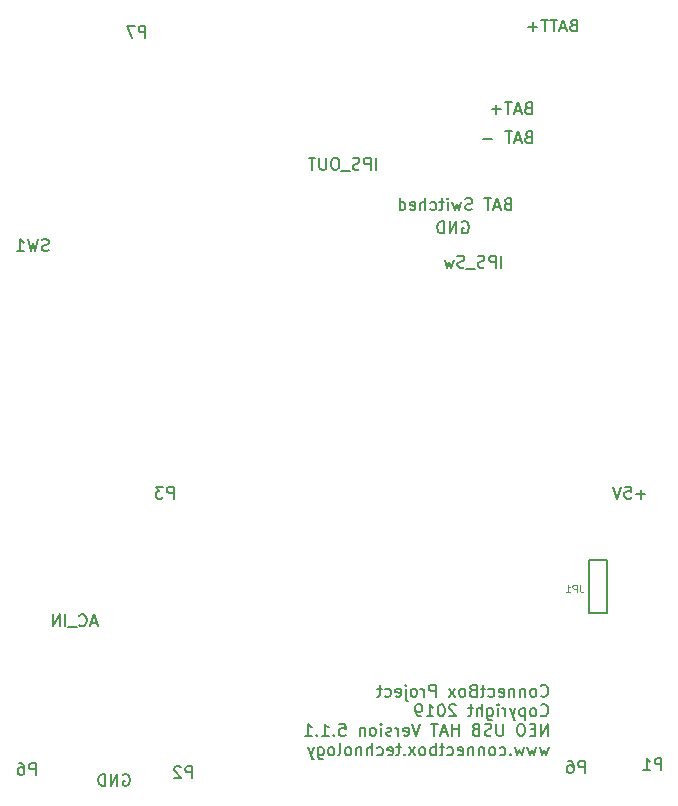
<source format=gbr>
G04 #@! TF.GenerationSoftware,KiCad,Pcbnew,(6.0.0-rc1-dev-1413-ga48e89956)*
G04 #@! TF.CreationDate,2019-10-25T09:50:34-06:00
G04 #@! TF.ProjectId,HAT_ver_5.1,4841545f-7665-4725-9f35-2e312e6b6963,5.1.1*
G04 #@! TF.SameCoordinates,Original*
G04 #@! TF.FileFunction,Legend,Bot*
G04 #@! TF.FilePolarity,Positive*
%FSLAX46Y46*%
G04 Gerber Fmt 4.6, Leading zero omitted, Abs format (unit mm)*
G04 Created by KiCad (PCBNEW (6.0.0-rc1-dev-1413-ga48e89956)) date Friday, October 25, 2019 at 09:50:34 AM*
%MOMM*%
%LPD*%
G04 APERTURE LIST*
%ADD10C,0.150000*%
%ADD11C,0.100000*%
G04 APERTURE END LIST*
D10*
X132132295Y-129763780D02*
X132132295Y-128763780D01*
X131751342Y-128763780D01*
X131656104Y-128811400D01*
X131608485Y-128859019D01*
X131560866Y-128954257D01*
X131560866Y-129097114D01*
X131608485Y-129192352D01*
X131656104Y-129239971D01*
X131751342Y-129287590D01*
X132132295Y-129287590D01*
X130703723Y-128763780D02*
X130894200Y-128763780D01*
X130989438Y-128811400D01*
X131037057Y-128859019D01*
X131132295Y-129001876D01*
X131179914Y-129192352D01*
X131179914Y-129573304D01*
X131132295Y-129668542D01*
X131084676Y-129716161D01*
X130989438Y-129763780D01*
X130798961Y-129763780D01*
X130703723Y-129716161D01*
X130656104Y-129668542D01*
X130608485Y-129573304D01*
X130608485Y-129335209D01*
X130656104Y-129239971D01*
X130703723Y-129192352D01*
X130798961Y-129144733D01*
X130989438Y-129144733D01*
X131084676Y-129192352D01*
X131132295Y-129239971D01*
X131179914Y-129335209D01*
X171571942Y-86812380D02*
X171571942Y-85812380D01*
X171095752Y-86812380D02*
X171095752Y-85812380D01*
X170714800Y-85812380D01*
X170619561Y-85860000D01*
X170571942Y-85907619D01*
X170524323Y-86002857D01*
X170524323Y-86145714D01*
X170571942Y-86240952D01*
X170619561Y-86288571D01*
X170714800Y-86336190D01*
X171095752Y-86336190D01*
X170143371Y-86764761D02*
X170000514Y-86812380D01*
X169762419Y-86812380D01*
X169667180Y-86764761D01*
X169619561Y-86717142D01*
X169571942Y-86621904D01*
X169571942Y-86526666D01*
X169619561Y-86431428D01*
X169667180Y-86383809D01*
X169762419Y-86336190D01*
X169952895Y-86288571D01*
X170048133Y-86240952D01*
X170095752Y-86193333D01*
X170143371Y-86098095D01*
X170143371Y-86002857D01*
X170095752Y-85907619D01*
X170048133Y-85860000D01*
X169952895Y-85812380D01*
X169714800Y-85812380D01*
X169571942Y-85860000D01*
X169381466Y-86907619D02*
X168619561Y-86907619D01*
X168429085Y-86764761D02*
X168286228Y-86812380D01*
X168048133Y-86812380D01*
X167952895Y-86764761D01*
X167905276Y-86717142D01*
X167857657Y-86621904D01*
X167857657Y-86526666D01*
X167905276Y-86431428D01*
X167952895Y-86383809D01*
X168048133Y-86336190D01*
X168238609Y-86288571D01*
X168333847Y-86240952D01*
X168381466Y-86193333D01*
X168429085Y-86098095D01*
X168429085Y-86002857D01*
X168381466Y-85907619D01*
X168333847Y-85860000D01*
X168238609Y-85812380D01*
X168000514Y-85812380D01*
X167857657Y-85860000D01*
X167524323Y-86145714D02*
X167333847Y-86812380D01*
X167143371Y-86336190D01*
X166952895Y-86812380D01*
X166762419Y-86145714D01*
X133235533Y-85367761D02*
X133092676Y-85415380D01*
X132854580Y-85415380D01*
X132759342Y-85367761D01*
X132711723Y-85320142D01*
X132664104Y-85224904D01*
X132664104Y-85129666D01*
X132711723Y-85034428D01*
X132759342Y-84986809D01*
X132854580Y-84939190D01*
X133045057Y-84891571D01*
X133140295Y-84843952D01*
X133187914Y-84796333D01*
X133235533Y-84701095D01*
X133235533Y-84605857D01*
X133187914Y-84510619D01*
X133140295Y-84463000D01*
X133045057Y-84415380D01*
X132806961Y-84415380D01*
X132664104Y-84463000D01*
X132330771Y-84415380D02*
X132092676Y-85415380D01*
X131902200Y-84701095D01*
X131711723Y-85415380D01*
X131473628Y-84415380D01*
X130568866Y-85415380D02*
X131140295Y-85415380D01*
X130854580Y-85415380D02*
X130854580Y-84415380D01*
X130949819Y-84558238D01*
X131045057Y-84653476D01*
X131140295Y-84701095D01*
X141428695Y-67355980D02*
X141428695Y-66355980D01*
X141047742Y-66355980D01*
X140952504Y-66403600D01*
X140904885Y-66451219D01*
X140857266Y-66546457D01*
X140857266Y-66689314D01*
X140904885Y-66784552D01*
X140952504Y-66832171D01*
X141047742Y-66879790D01*
X141428695Y-66879790D01*
X140523933Y-66355980D02*
X139857266Y-66355980D01*
X140285838Y-67355980D01*
X143816295Y-106370380D02*
X143816295Y-105370380D01*
X143435342Y-105370380D01*
X143340104Y-105418000D01*
X143292485Y-105465619D01*
X143244866Y-105560857D01*
X143244866Y-105703714D01*
X143292485Y-105798952D01*
X143340104Y-105846571D01*
X143435342Y-105894190D01*
X143816295Y-105894190D01*
X142911533Y-105370380D02*
X142292485Y-105370380D01*
X142625819Y-105751333D01*
X142482961Y-105751333D01*
X142387723Y-105798952D01*
X142340104Y-105846571D01*
X142292485Y-105941809D01*
X142292485Y-106179904D01*
X142340104Y-106275142D01*
X142387723Y-106322761D01*
X142482961Y-106370380D01*
X142768676Y-106370380D01*
X142863914Y-106322761D01*
X142911533Y-106275142D01*
X145391095Y-130043180D02*
X145391095Y-129043180D01*
X145010142Y-129043180D01*
X144914904Y-129090800D01*
X144867285Y-129138419D01*
X144819666Y-129233657D01*
X144819666Y-129376514D01*
X144867285Y-129471752D01*
X144914904Y-129519371D01*
X145010142Y-129566990D01*
X145391095Y-129566990D01*
X144438714Y-129138419D02*
X144391095Y-129090800D01*
X144295857Y-129043180D01*
X144057761Y-129043180D01*
X143962523Y-129090800D01*
X143914904Y-129138419D01*
X143867285Y-129233657D01*
X143867285Y-129328895D01*
X143914904Y-129471752D01*
X144486333Y-130043180D01*
X143867285Y-130043180D01*
X178639695Y-129585980D02*
X178639695Y-128585980D01*
X178258742Y-128585980D01*
X178163504Y-128633600D01*
X178115885Y-128681219D01*
X178068266Y-128776457D01*
X178068266Y-128919314D01*
X178115885Y-129014552D01*
X178163504Y-129062171D01*
X178258742Y-129109790D01*
X178639695Y-129109790D01*
X177211123Y-128585980D02*
X177401600Y-128585980D01*
X177496838Y-128633600D01*
X177544457Y-128681219D01*
X177639695Y-128824076D01*
X177687314Y-129014552D01*
X177687314Y-129395504D01*
X177639695Y-129490742D01*
X177592076Y-129538361D01*
X177496838Y-129585980D01*
X177306361Y-129585980D01*
X177211123Y-129538361D01*
X177163504Y-129490742D01*
X177115885Y-129395504D01*
X177115885Y-129157409D01*
X177163504Y-129062171D01*
X177211123Y-129014552D01*
X177306361Y-128966933D01*
X177496838Y-128966933D01*
X177592076Y-129014552D01*
X177639695Y-129062171D01*
X177687314Y-129157409D01*
X185116695Y-129357380D02*
X185116695Y-128357380D01*
X184735742Y-128357380D01*
X184640504Y-128405000D01*
X184592885Y-128452619D01*
X184545266Y-128547857D01*
X184545266Y-128690714D01*
X184592885Y-128785952D01*
X184640504Y-128833571D01*
X184735742Y-128881190D01*
X185116695Y-128881190D01*
X183592885Y-129357380D02*
X184164314Y-129357380D01*
X183878600Y-129357380D02*
X183878600Y-128357380D01*
X183973838Y-128500238D01*
X184069076Y-128595476D01*
X184164314Y-128643095D01*
X177658495Y-66298771D02*
X177515638Y-66346390D01*
X177468019Y-66394009D01*
X177420400Y-66489247D01*
X177420400Y-66632104D01*
X177468019Y-66727342D01*
X177515638Y-66774961D01*
X177610876Y-66822580D01*
X177991828Y-66822580D01*
X177991828Y-65822580D01*
X177658495Y-65822580D01*
X177563257Y-65870200D01*
X177515638Y-65917819D01*
X177468019Y-66013057D01*
X177468019Y-66108295D01*
X177515638Y-66203533D01*
X177563257Y-66251152D01*
X177658495Y-66298771D01*
X177991828Y-66298771D01*
X177039447Y-66536866D02*
X176563257Y-66536866D01*
X177134685Y-66822580D02*
X176801352Y-65822580D01*
X176468019Y-66822580D01*
X176277542Y-65822580D02*
X175706114Y-65822580D01*
X175991828Y-66822580D02*
X175991828Y-65822580D01*
X175515638Y-65822580D02*
X174944209Y-65822580D01*
X175229923Y-66822580D02*
X175229923Y-65822580D01*
X174610876Y-66441628D02*
X173848971Y-66441628D01*
X174229923Y-66822580D02*
X174229923Y-66060676D01*
X160976914Y-78531980D02*
X160976914Y-77531980D01*
X160500723Y-78531980D02*
X160500723Y-77531980D01*
X160119771Y-77531980D01*
X160024533Y-77579600D01*
X159976914Y-77627219D01*
X159929295Y-77722457D01*
X159929295Y-77865314D01*
X159976914Y-77960552D01*
X160024533Y-78008171D01*
X160119771Y-78055790D01*
X160500723Y-78055790D01*
X159548342Y-78484361D02*
X159405485Y-78531980D01*
X159167390Y-78531980D01*
X159072152Y-78484361D01*
X159024533Y-78436742D01*
X158976914Y-78341504D01*
X158976914Y-78246266D01*
X159024533Y-78151028D01*
X159072152Y-78103409D01*
X159167390Y-78055790D01*
X159357866Y-78008171D01*
X159453104Y-77960552D01*
X159500723Y-77912933D01*
X159548342Y-77817695D01*
X159548342Y-77722457D01*
X159500723Y-77627219D01*
X159453104Y-77579600D01*
X159357866Y-77531980D01*
X159119771Y-77531980D01*
X158976914Y-77579600D01*
X158786438Y-78627219D02*
X158024533Y-78627219D01*
X157595961Y-77531980D02*
X157405485Y-77531980D01*
X157310247Y-77579600D01*
X157215009Y-77674838D01*
X157167390Y-77865314D01*
X157167390Y-78198647D01*
X157215009Y-78389123D01*
X157310247Y-78484361D01*
X157405485Y-78531980D01*
X157595961Y-78531980D01*
X157691200Y-78484361D01*
X157786438Y-78389123D01*
X157834057Y-78198647D01*
X157834057Y-77865314D01*
X157786438Y-77674838D01*
X157691200Y-77579600D01*
X157595961Y-77531980D01*
X156738819Y-77531980D02*
X156738819Y-78341504D01*
X156691200Y-78436742D01*
X156643580Y-78484361D01*
X156548342Y-78531980D01*
X156357866Y-78531980D01*
X156262628Y-78484361D01*
X156215009Y-78436742D01*
X156167390Y-78341504D01*
X156167390Y-77531980D01*
X155834057Y-77531980D02*
X155262628Y-77531980D01*
X155548342Y-78531980D02*
X155548342Y-77531980D01*
X183759314Y-105989428D02*
X182997409Y-105989428D01*
X183378361Y-106370380D02*
X183378361Y-105608476D01*
X182045028Y-105370380D02*
X182521219Y-105370380D01*
X182568838Y-105846571D01*
X182521219Y-105798952D01*
X182425980Y-105751333D01*
X182187885Y-105751333D01*
X182092647Y-105798952D01*
X182045028Y-105846571D01*
X181997409Y-105941809D01*
X181997409Y-106179904D01*
X182045028Y-106275142D01*
X182092647Y-106322761D01*
X182187885Y-106370380D01*
X182425980Y-106370380D01*
X182521219Y-106322761D01*
X182568838Y-106275142D01*
X181711695Y-105370380D02*
X181378361Y-106370380D01*
X181045028Y-105370380D01*
X139547504Y-129751200D02*
X139642742Y-129703580D01*
X139785600Y-129703580D01*
X139928457Y-129751200D01*
X140023695Y-129846438D01*
X140071314Y-129941676D01*
X140118933Y-130132152D01*
X140118933Y-130275009D01*
X140071314Y-130465485D01*
X140023695Y-130560723D01*
X139928457Y-130655961D01*
X139785600Y-130703580D01*
X139690361Y-130703580D01*
X139547504Y-130655961D01*
X139499885Y-130608342D01*
X139499885Y-130275009D01*
X139690361Y-130275009D01*
X139071314Y-130703580D02*
X139071314Y-129703580D01*
X138499885Y-130703580D01*
X138499885Y-129703580D01*
X138023695Y-130703580D02*
X138023695Y-129703580D01*
X137785600Y-129703580D01*
X137642742Y-129751200D01*
X137547504Y-129846438D01*
X137499885Y-129941676D01*
X137452266Y-130132152D01*
X137452266Y-130275009D01*
X137499885Y-130465485D01*
X137547504Y-130560723D01*
X137642742Y-130655961D01*
X137785600Y-130703580D01*
X138023695Y-130703580D01*
X172095561Y-81411771D02*
X171952704Y-81459390D01*
X171905085Y-81507009D01*
X171857466Y-81602247D01*
X171857466Y-81745104D01*
X171905085Y-81840342D01*
X171952704Y-81887961D01*
X172047942Y-81935580D01*
X172428895Y-81935580D01*
X172428895Y-80935580D01*
X172095561Y-80935580D01*
X172000323Y-80983200D01*
X171952704Y-81030819D01*
X171905085Y-81126057D01*
X171905085Y-81221295D01*
X171952704Y-81316533D01*
X172000323Y-81364152D01*
X172095561Y-81411771D01*
X172428895Y-81411771D01*
X171476514Y-81649866D02*
X171000323Y-81649866D01*
X171571752Y-81935580D02*
X171238419Y-80935580D01*
X170905085Y-81935580D01*
X170714609Y-80935580D02*
X170143180Y-80935580D01*
X170428895Y-81935580D02*
X170428895Y-80935580D01*
X169095561Y-81887961D02*
X168952704Y-81935580D01*
X168714609Y-81935580D01*
X168619371Y-81887961D01*
X168571752Y-81840342D01*
X168524133Y-81745104D01*
X168524133Y-81649866D01*
X168571752Y-81554628D01*
X168619371Y-81507009D01*
X168714609Y-81459390D01*
X168905085Y-81411771D01*
X169000323Y-81364152D01*
X169047942Y-81316533D01*
X169095561Y-81221295D01*
X169095561Y-81126057D01*
X169047942Y-81030819D01*
X169000323Y-80983200D01*
X168905085Y-80935580D01*
X168666990Y-80935580D01*
X168524133Y-80983200D01*
X168190800Y-81268914D02*
X168000323Y-81935580D01*
X167809847Y-81459390D01*
X167619371Y-81935580D01*
X167428895Y-81268914D01*
X167047942Y-81935580D02*
X167047942Y-81268914D01*
X167047942Y-80935580D02*
X167095561Y-80983200D01*
X167047942Y-81030819D01*
X167000323Y-80983200D01*
X167047942Y-80935580D01*
X167047942Y-81030819D01*
X166714609Y-81268914D02*
X166333657Y-81268914D01*
X166571752Y-80935580D02*
X166571752Y-81792723D01*
X166524133Y-81887961D01*
X166428895Y-81935580D01*
X166333657Y-81935580D01*
X165571752Y-81887961D02*
X165666990Y-81935580D01*
X165857466Y-81935580D01*
X165952704Y-81887961D01*
X166000323Y-81840342D01*
X166047942Y-81745104D01*
X166047942Y-81459390D01*
X166000323Y-81364152D01*
X165952704Y-81316533D01*
X165857466Y-81268914D01*
X165666990Y-81268914D01*
X165571752Y-81316533D01*
X165143180Y-81935580D02*
X165143180Y-80935580D01*
X164714609Y-81935580D02*
X164714609Y-81411771D01*
X164762228Y-81316533D01*
X164857466Y-81268914D01*
X165000323Y-81268914D01*
X165095561Y-81316533D01*
X165143180Y-81364152D01*
X163857466Y-81887961D02*
X163952704Y-81935580D01*
X164143180Y-81935580D01*
X164238419Y-81887961D01*
X164286038Y-81792723D01*
X164286038Y-81411771D01*
X164238419Y-81316533D01*
X164143180Y-81268914D01*
X163952704Y-81268914D01*
X163857466Y-81316533D01*
X163809847Y-81411771D01*
X163809847Y-81507009D01*
X164286038Y-81602247D01*
X162952704Y-81935580D02*
X162952704Y-80935580D01*
X162952704Y-81887961D02*
X163047942Y-81935580D01*
X163238419Y-81935580D01*
X163333657Y-81887961D01*
X163381276Y-81840342D01*
X163428895Y-81745104D01*
X163428895Y-81459390D01*
X163381276Y-81364152D01*
X163333657Y-81316533D01*
X163238419Y-81268914D01*
X163047942Y-81268914D01*
X162952704Y-81316533D01*
X137313752Y-116905066D02*
X136837561Y-116905066D01*
X137408990Y-117190780D02*
X137075657Y-116190780D01*
X136742323Y-117190780D01*
X135837561Y-117095542D02*
X135885180Y-117143161D01*
X136028038Y-117190780D01*
X136123276Y-117190780D01*
X136266133Y-117143161D01*
X136361371Y-117047923D01*
X136408990Y-116952685D01*
X136456609Y-116762209D01*
X136456609Y-116619352D01*
X136408990Y-116428876D01*
X136361371Y-116333638D01*
X136266133Y-116238400D01*
X136123276Y-116190780D01*
X136028038Y-116190780D01*
X135885180Y-116238400D01*
X135837561Y-116286019D01*
X135647085Y-117286019D02*
X134885180Y-117286019D01*
X134647085Y-117190780D02*
X134647085Y-116190780D01*
X134170895Y-117190780D02*
X134170895Y-116190780D01*
X133599466Y-117190780D01*
X133599466Y-116190780D01*
X168249504Y-82964400D02*
X168344742Y-82916780D01*
X168487600Y-82916780D01*
X168630457Y-82964400D01*
X168725695Y-83059638D01*
X168773314Y-83154876D01*
X168820933Y-83345352D01*
X168820933Y-83488209D01*
X168773314Y-83678685D01*
X168725695Y-83773923D01*
X168630457Y-83869161D01*
X168487600Y-83916780D01*
X168392361Y-83916780D01*
X168249504Y-83869161D01*
X168201885Y-83821542D01*
X168201885Y-83488209D01*
X168392361Y-83488209D01*
X167773314Y-83916780D02*
X167773314Y-82916780D01*
X167201885Y-83916780D01*
X167201885Y-82916780D01*
X166725695Y-83916780D02*
X166725695Y-82916780D01*
X166487600Y-82916780D01*
X166344742Y-82964400D01*
X166249504Y-83059638D01*
X166201885Y-83154876D01*
X166154266Y-83345352D01*
X166154266Y-83488209D01*
X166201885Y-83678685D01*
X166249504Y-83773923D01*
X166344742Y-83869161D01*
X166487600Y-83916780D01*
X166725695Y-83916780D01*
X173823142Y-73283771D02*
X173680285Y-73331390D01*
X173632666Y-73379009D01*
X173585047Y-73474247D01*
X173585047Y-73617104D01*
X173632666Y-73712342D01*
X173680285Y-73759961D01*
X173775523Y-73807580D01*
X174156476Y-73807580D01*
X174156476Y-72807580D01*
X173823142Y-72807580D01*
X173727904Y-72855200D01*
X173680285Y-72902819D01*
X173632666Y-72998057D01*
X173632666Y-73093295D01*
X173680285Y-73188533D01*
X173727904Y-73236152D01*
X173823142Y-73283771D01*
X174156476Y-73283771D01*
X173204095Y-73521866D02*
X172727904Y-73521866D01*
X173299333Y-73807580D02*
X172966000Y-72807580D01*
X172632666Y-73807580D01*
X172442190Y-72807580D02*
X171870761Y-72807580D01*
X172156476Y-73807580D02*
X172156476Y-72807580D01*
X171537428Y-73426628D02*
X170775523Y-73426628D01*
X171156476Y-73807580D02*
X171156476Y-73045676D01*
X173848495Y-75772971D02*
X173705638Y-75820590D01*
X173658019Y-75868209D01*
X173610400Y-75963447D01*
X173610400Y-76106304D01*
X173658019Y-76201542D01*
X173705638Y-76249161D01*
X173800876Y-76296780D01*
X174181828Y-76296780D01*
X174181828Y-75296780D01*
X173848495Y-75296780D01*
X173753257Y-75344400D01*
X173705638Y-75392019D01*
X173658019Y-75487257D01*
X173658019Y-75582495D01*
X173705638Y-75677733D01*
X173753257Y-75725352D01*
X173848495Y-75772971D01*
X174181828Y-75772971D01*
X173229447Y-76011066D02*
X172753257Y-76011066D01*
X173324685Y-76296780D02*
X172991352Y-75296780D01*
X172658019Y-76296780D01*
X172467542Y-75296780D02*
X171896114Y-75296780D01*
X172181828Y-76296780D02*
X172181828Y-75296780D01*
X170800876Y-75915828D02*
X170038971Y-75915828D01*
X174911776Y-123053342D02*
X174959395Y-123100961D01*
X175102252Y-123148580D01*
X175197490Y-123148580D01*
X175340347Y-123100961D01*
X175435585Y-123005723D01*
X175483204Y-122910485D01*
X175530823Y-122720009D01*
X175530823Y-122577152D01*
X175483204Y-122386676D01*
X175435585Y-122291438D01*
X175340347Y-122196200D01*
X175197490Y-122148580D01*
X175102252Y-122148580D01*
X174959395Y-122196200D01*
X174911776Y-122243819D01*
X174340347Y-123148580D02*
X174435585Y-123100961D01*
X174483204Y-123053342D01*
X174530823Y-122958104D01*
X174530823Y-122672390D01*
X174483204Y-122577152D01*
X174435585Y-122529533D01*
X174340347Y-122481914D01*
X174197490Y-122481914D01*
X174102252Y-122529533D01*
X174054633Y-122577152D01*
X174007014Y-122672390D01*
X174007014Y-122958104D01*
X174054633Y-123053342D01*
X174102252Y-123100961D01*
X174197490Y-123148580D01*
X174340347Y-123148580D01*
X173578442Y-122481914D02*
X173578442Y-123148580D01*
X173578442Y-122577152D02*
X173530823Y-122529533D01*
X173435585Y-122481914D01*
X173292728Y-122481914D01*
X173197490Y-122529533D01*
X173149871Y-122624771D01*
X173149871Y-123148580D01*
X172673680Y-122481914D02*
X172673680Y-123148580D01*
X172673680Y-122577152D02*
X172626061Y-122529533D01*
X172530823Y-122481914D01*
X172387966Y-122481914D01*
X172292728Y-122529533D01*
X172245109Y-122624771D01*
X172245109Y-123148580D01*
X171387966Y-123100961D02*
X171483204Y-123148580D01*
X171673680Y-123148580D01*
X171768919Y-123100961D01*
X171816538Y-123005723D01*
X171816538Y-122624771D01*
X171768919Y-122529533D01*
X171673680Y-122481914D01*
X171483204Y-122481914D01*
X171387966Y-122529533D01*
X171340347Y-122624771D01*
X171340347Y-122720009D01*
X171816538Y-122815247D01*
X170483204Y-123100961D02*
X170578442Y-123148580D01*
X170768919Y-123148580D01*
X170864157Y-123100961D01*
X170911776Y-123053342D01*
X170959395Y-122958104D01*
X170959395Y-122672390D01*
X170911776Y-122577152D01*
X170864157Y-122529533D01*
X170768919Y-122481914D01*
X170578442Y-122481914D01*
X170483204Y-122529533D01*
X170197490Y-122481914D02*
X169816538Y-122481914D01*
X170054633Y-122148580D02*
X170054633Y-123005723D01*
X170007014Y-123100961D01*
X169911776Y-123148580D01*
X169816538Y-123148580D01*
X169149871Y-122624771D02*
X169007014Y-122672390D01*
X168959395Y-122720009D01*
X168911776Y-122815247D01*
X168911776Y-122958104D01*
X168959395Y-123053342D01*
X169007014Y-123100961D01*
X169102252Y-123148580D01*
X169483204Y-123148580D01*
X169483204Y-122148580D01*
X169149871Y-122148580D01*
X169054633Y-122196200D01*
X169007014Y-122243819D01*
X168959395Y-122339057D01*
X168959395Y-122434295D01*
X169007014Y-122529533D01*
X169054633Y-122577152D01*
X169149871Y-122624771D01*
X169483204Y-122624771D01*
X168340347Y-123148580D02*
X168435585Y-123100961D01*
X168483204Y-123053342D01*
X168530823Y-122958104D01*
X168530823Y-122672390D01*
X168483204Y-122577152D01*
X168435585Y-122529533D01*
X168340347Y-122481914D01*
X168197490Y-122481914D01*
X168102252Y-122529533D01*
X168054633Y-122577152D01*
X168007014Y-122672390D01*
X168007014Y-122958104D01*
X168054633Y-123053342D01*
X168102252Y-123100961D01*
X168197490Y-123148580D01*
X168340347Y-123148580D01*
X167673680Y-123148580D02*
X167149871Y-122481914D01*
X167673680Y-122481914D02*
X167149871Y-123148580D01*
X166007014Y-123148580D02*
X166007014Y-122148580D01*
X165626061Y-122148580D01*
X165530823Y-122196200D01*
X165483204Y-122243819D01*
X165435585Y-122339057D01*
X165435585Y-122481914D01*
X165483204Y-122577152D01*
X165530823Y-122624771D01*
X165626061Y-122672390D01*
X166007014Y-122672390D01*
X165007014Y-123148580D02*
X165007014Y-122481914D01*
X165007014Y-122672390D02*
X164959395Y-122577152D01*
X164911776Y-122529533D01*
X164816538Y-122481914D01*
X164721300Y-122481914D01*
X164245109Y-123148580D02*
X164340347Y-123100961D01*
X164387966Y-123053342D01*
X164435585Y-122958104D01*
X164435585Y-122672390D01*
X164387966Y-122577152D01*
X164340347Y-122529533D01*
X164245109Y-122481914D01*
X164102252Y-122481914D01*
X164007014Y-122529533D01*
X163959395Y-122577152D01*
X163911776Y-122672390D01*
X163911776Y-122958104D01*
X163959395Y-123053342D01*
X164007014Y-123100961D01*
X164102252Y-123148580D01*
X164245109Y-123148580D01*
X163483204Y-122481914D02*
X163483204Y-123339057D01*
X163530823Y-123434295D01*
X163626061Y-123481914D01*
X163673680Y-123481914D01*
X163483204Y-122148580D02*
X163530823Y-122196200D01*
X163483204Y-122243819D01*
X163435585Y-122196200D01*
X163483204Y-122148580D01*
X163483204Y-122243819D01*
X162626061Y-123100961D02*
X162721300Y-123148580D01*
X162911776Y-123148580D01*
X163007014Y-123100961D01*
X163054633Y-123005723D01*
X163054633Y-122624771D01*
X163007014Y-122529533D01*
X162911776Y-122481914D01*
X162721300Y-122481914D01*
X162626061Y-122529533D01*
X162578442Y-122624771D01*
X162578442Y-122720009D01*
X163054633Y-122815247D01*
X161721300Y-123100961D02*
X161816538Y-123148580D01*
X162007014Y-123148580D01*
X162102252Y-123100961D01*
X162149871Y-123053342D01*
X162197490Y-122958104D01*
X162197490Y-122672390D01*
X162149871Y-122577152D01*
X162102252Y-122529533D01*
X162007014Y-122481914D01*
X161816538Y-122481914D01*
X161721300Y-122529533D01*
X161435585Y-122481914D02*
X161054633Y-122481914D01*
X161292728Y-122148580D02*
X161292728Y-123005723D01*
X161245109Y-123100961D01*
X161149871Y-123148580D01*
X161054633Y-123148580D01*
X174911776Y-124703342D02*
X174959395Y-124750961D01*
X175102252Y-124798580D01*
X175197490Y-124798580D01*
X175340347Y-124750961D01*
X175435585Y-124655723D01*
X175483204Y-124560485D01*
X175530823Y-124370009D01*
X175530823Y-124227152D01*
X175483204Y-124036676D01*
X175435585Y-123941438D01*
X175340347Y-123846200D01*
X175197490Y-123798580D01*
X175102252Y-123798580D01*
X174959395Y-123846200D01*
X174911776Y-123893819D01*
X174340347Y-124798580D02*
X174435585Y-124750961D01*
X174483204Y-124703342D01*
X174530823Y-124608104D01*
X174530823Y-124322390D01*
X174483204Y-124227152D01*
X174435585Y-124179533D01*
X174340347Y-124131914D01*
X174197490Y-124131914D01*
X174102252Y-124179533D01*
X174054633Y-124227152D01*
X174007014Y-124322390D01*
X174007014Y-124608104D01*
X174054633Y-124703342D01*
X174102252Y-124750961D01*
X174197490Y-124798580D01*
X174340347Y-124798580D01*
X173578442Y-124131914D02*
X173578442Y-125131914D01*
X173578442Y-124179533D02*
X173483204Y-124131914D01*
X173292728Y-124131914D01*
X173197490Y-124179533D01*
X173149871Y-124227152D01*
X173102252Y-124322390D01*
X173102252Y-124608104D01*
X173149871Y-124703342D01*
X173197490Y-124750961D01*
X173292728Y-124798580D01*
X173483204Y-124798580D01*
X173578442Y-124750961D01*
X172768919Y-124131914D02*
X172530823Y-124798580D01*
X172292728Y-124131914D02*
X172530823Y-124798580D01*
X172626061Y-125036676D01*
X172673680Y-125084295D01*
X172768919Y-125131914D01*
X171911776Y-124798580D02*
X171911776Y-124131914D01*
X171911776Y-124322390D02*
X171864157Y-124227152D01*
X171816538Y-124179533D01*
X171721300Y-124131914D01*
X171626061Y-124131914D01*
X171292728Y-124798580D02*
X171292728Y-124131914D01*
X171292728Y-123798580D02*
X171340347Y-123846200D01*
X171292728Y-123893819D01*
X171245109Y-123846200D01*
X171292728Y-123798580D01*
X171292728Y-123893819D01*
X170387966Y-124131914D02*
X170387966Y-124941438D01*
X170435585Y-125036676D01*
X170483204Y-125084295D01*
X170578442Y-125131914D01*
X170721300Y-125131914D01*
X170816538Y-125084295D01*
X170387966Y-124750961D02*
X170483204Y-124798580D01*
X170673680Y-124798580D01*
X170768919Y-124750961D01*
X170816538Y-124703342D01*
X170864157Y-124608104D01*
X170864157Y-124322390D01*
X170816538Y-124227152D01*
X170768919Y-124179533D01*
X170673680Y-124131914D01*
X170483204Y-124131914D01*
X170387966Y-124179533D01*
X169911776Y-124798580D02*
X169911776Y-123798580D01*
X169483204Y-124798580D02*
X169483204Y-124274771D01*
X169530823Y-124179533D01*
X169626061Y-124131914D01*
X169768919Y-124131914D01*
X169864157Y-124179533D01*
X169911776Y-124227152D01*
X169149871Y-124131914D02*
X168768919Y-124131914D01*
X169007014Y-123798580D02*
X169007014Y-124655723D01*
X168959395Y-124750961D01*
X168864157Y-124798580D01*
X168768919Y-124798580D01*
X167721300Y-123893819D02*
X167673680Y-123846200D01*
X167578442Y-123798580D01*
X167340347Y-123798580D01*
X167245109Y-123846200D01*
X167197490Y-123893819D01*
X167149871Y-123989057D01*
X167149871Y-124084295D01*
X167197490Y-124227152D01*
X167768919Y-124798580D01*
X167149871Y-124798580D01*
X166530823Y-123798580D02*
X166435585Y-123798580D01*
X166340347Y-123846200D01*
X166292728Y-123893819D01*
X166245109Y-123989057D01*
X166197490Y-124179533D01*
X166197490Y-124417628D01*
X166245109Y-124608104D01*
X166292728Y-124703342D01*
X166340347Y-124750961D01*
X166435585Y-124798580D01*
X166530823Y-124798580D01*
X166626061Y-124750961D01*
X166673680Y-124703342D01*
X166721300Y-124608104D01*
X166768919Y-124417628D01*
X166768919Y-124179533D01*
X166721300Y-123989057D01*
X166673680Y-123893819D01*
X166626061Y-123846200D01*
X166530823Y-123798580D01*
X165245109Y-124798580D02*
X165816538Y-124798580D01*
X165530823Y-124798580D02*
X165530823Y-123798580D01*
X165626061Y-123941438D01*
X165721300Y-124036676D01*
X165816538Y-124084295D01*
X164768919Y-124798580D02*
X164578442Y-124798580D01*
X164483204Y-124750961D01*
X164435585Y-124703342D01*
X164340347Y-124560485D01*
X164292728Y-124370009D01*
X164292728Y-123989057D01*
X164340347Y-123893819D01*
X164387966Y-123846200D01*
X164483204Y-123798580D01*
X164673680Y-123798580D01*
X164768919Y-123846200D01*
X164816538Y-123893819D01*
X164864157Y-123989057D01*
X164864157Y-124227152D01*
X164816538Y-124322390D01*
X164768919Y-124370009D01*
X164673680Y-124417628D01*
X164483204Y-124417628D01*
X164387966Y-124370009D01*
X164340347Y-124322390D01*
X164292728Y-124227152D01*
X175483204Y-126448580D02*
X175483204Y-125448580D01*
X174911776Y-126448580D01*
X174911776Y-125448580D01*
X174435585Y-125924771D02*
X174102252Y-125924771D01*
X173959395Y-126448580D02*
X174435585Y-126448580D01*
X174435585Y-125448580D01*
X173959395Y-125448580D01*
X173340347Y-125448580D02*
X173149871Y-125448580D01*
X173054633Y-125496200D01*
X172959395Y-125591438D01*
X172911776Y-125781914D01*
X172911776Y-126115247D01*
X172959395Y-126305723D01*
X173054633Y-126400961D01*
X173149871Y-126448580D01*
X173340347Y-126448580D01*
X173435585Y-126400961D01*
X173530823Y-126305723D01*
X173578442Y-126115247D01*
X173578442Y-125781914D01*
X173530823Y-125591438D01*
X173435585Y-125496200D01*
X173340347Y-125448580D01*
X171721300Y-125448580D02*
X171721300Y-126258104D01*
X171673680Y-126353342D01*
X171626061Y-126400961D01*
X171530823Y-126448580D01*
X171340347Y-126448580D01*
X171245109Y-126400961D01*
X171197490Y-126353342D01*
X171149871Y-126258104D01*
X171149871Y-125448580D01*
X170721300Y-126400961D02*
X170578442Y-126448580D01*
X170340347Y-126448580D01*
X170245109Y-126400961D01*
X170197490Y-126353342D01*
X170149871Y-126258104D01*
X170149871Y-126162866D01*
X170197490Y-126067628D01*
X170245109Y-126020009D01*
X170340347Y-125972390D01*
X170530823Y-125924771D01*
X170626061Y-125877152D01*
X170673680Y-125829533D01*
X170721300Y-125734295D01*
X170721300Y-125639057D01*
X170673680Y-125543819D01*
X170626061Y-125496200D01*
X170530823Y-125448580D01*
X170292728Y-125448580D01*
X170149871Y-125496200D01*
X169387966Y-125924771D02*
X169245109Y-125972390D01*
X169197490Y-126020009D01*
X169149871Y-126115247D01*
X169149871Y-126258104D01*
X169197490Y-126353342D01*
X169245109Y-126400961D01*
X169340347Y-126448580D01*
X169721300Y-126448580D01*
X169721300Y-125448580D01*
X169387966Y-125448580D01*
X169292728Y-125496200D01*
X169245109Y-125543819D01*
X169197490Y-125639057D01*
X169197490Y-125734295D01*
X169245109Y-125829533D01*
X169292728Y-125877152D01*
X169387966Y-125924771D01*
X169721300Y-125924771D01*
X167959395Y-126448580D02*
X167959395Y-125448580D01*
X167959395Y-125924771D02*
X167387966Y-125924771D01*
X167387966Y-126448580D02*
X167387966Y-125448580D01*
X166959395Y-126162866D02*
X166483204Y-126162866D01*
X167054633Y-126448580D02*
X166721300Y-125448580D01*
X166387966Y-126448580D01*
X166197490Y-125448580D02*
X165626061Y-125448580D01*
X165911776Y-126448580D02*
X165911776Y-125448580D01*
X164673680Y-125448580D02*
X164340347Y-126448580D01*
X164007014Y-125448580D01*
X163292728Y-126400961D02*
X163387966Y-126448580D01*
X163578442Y-126448580D01*
X163673680Y-126400961D01*
X163721300Y-126305723D01*
X163721300Y-125924771D01*
X163673680Y-125829533D01*
X163578442Y-125781914D01*
X163387966Y-125781914D01*
X163292728Y-125829533D01*
X163245109Y-125924771D01*
X163245109Y-126020009D01*
X163721300Y-126115247D01*
X162816538Y-126448580D02*
X162816538Y-125781914D01*
X162816538Y-125972390D02*
X162768919Y-125877152D01*
X162721300Y-125829533D01*
X162626061Y-125781914D01*
X162530823Y-125781914D01*
X162245109Y-126400961D02*
X162149871Y-126448580D01*
X161959395Y-126448580D01*
X161864157Y-126400961D01*
X161816538Y-126305723D01*
X161816538Y-126258104D01*
X161864157Y-126162866D01*
X161959395Y-126115247D01*
X162102252Y-126115247D01*
X162197490Y-126067628D01*
X162245109Y-125972390D01*
X162245109Y-125924771D01*
X162197490Y-125829533D01*
X162102252Y-125781914D01*
X161959395Y-125781914D01*
X161864157Y-125829533D01*
X161387966Y-126448580D02*
X161387966Y-125781914D01*
X161387966Y-125448580D02*
X161435585Y-125496200D01*
X161387966Y-125543819D01*
X161340347Y-125496200D01*
X161387966Y-125448580D01*
X161387966Y-125543819D01*
X160768919Y-126448580D02*
X160864157Y-126400961D01*
X160911776Y-126353342D01*
X160959395Y-126258104D01*
X160959395Y-125972390D01*
X160911776Y-125877152D01*
X160864157Y-125829533D01*
X160768919Y-125781914D01*
X160626061Y-125781914D01*
X160530823Y-125829533D01*
X160483204Y-125877152D01*
X160435585Y-125972390D01*
X160435585Y-126258104D01*
X160483204Y-126353342D01*
X160530823Y-126400961D01*
X160626061Y-126448580D01*
X160768919Y-126448580D01*
X160007014Y-125781914D02*
X160007014Y-126448580D01*
X160007014Y-125877152D02*
X159959395Y-125829533D01*
X159864157Y-125781914D01*
X159721300Y-125781914D01*
X159626061Y-125829533D01*
X159578442Y-125924771D01*
X159578442Y-126448580D01*
X157864157Y-125448580D02*
X158340347Y-125448580D01*
X158387966Y-125924771D01*
X158340347Y-125877152D01*
X158245109Y-125829533D01*
X158007014Y-125829533D01*
X157911776Y-125877152D01*
X157864157Y-125924771D01*
X157816538Y-126020009D01*
X157816538Y-126258104D01*
X157864157Y-126353342D01*
X157911776Y-126400961D01*
X158007014Y-126448580D01*
X158245109Y-126448580D01*
X158340347Y-126400961D01*
X158387966Y-126353342D01*
X157387966Y-126353342D02*
X157340347Y-126400961D01*
X157387966Y-126448580D01*
X157435585Y-126400961D01*
X157387966Y-126353342D01*
X157387966Y-126448580D01*
X156387966Y-126448580D02*
X156959395Y-126448580D01*
X156673680Y-126448580D02*
X156673680Y-125448580D01*
X156768919Y-125591438D01*
X156864157Y-125686676D01*
X156959395Y-125734295D01*
X155959395Y-126353342D02*
X155911776Y-126400961D01*
X155959395Y-126448580D01*
X156007014Y-126400961D01*
X155959395Y-126353342D01*
X155959395Y-126448580D01*
X154959395Y-126448580D02*
X155530823Y-126448580D01*
X155245109Y-126448580D02*
X155245109Y-125448580D01*
X155340347Y-125591438D01*
X155435585Y-125686676D01*
X155530823Y-125734295D01*
X175578442Y-127431914D02*
X175387966Y-128098580D01*
X175197490Y-127622390D01*
X175007014Y-128098580D01*
X174816538Y-127431914D01*
X174530823Y-127431914D02*
X174340347Y-128098580D01*
X174149871Y-127622390D01*
X173959395Y-128098580D01*
X173768919Y-127431914D01*
X173483204Y-127431914D02*
X173292728Y-128098580D01*
X173102252Y-127622390D01*
X172911776Y-128098580D01*
X172721300Y-127431914D01*
X172340347Y-128003342D02*
X172292728Y-128050961D01*
X172340347Y-128098580D01*
X172387966Y-128050961D01*
X172340347Y-128003342D01*
X172340347Y-128098580D01*
X171435585Y-128050961D02*
X171530823Y-128098580D01*
X171721300Y-128098580D01*
X171816538Y-128050961D01*
X171864157Y-128003342D01*
X171911776Y-127908104D01*
X171911776Y-127622390D01*
X171864157Y-127527152D01*
X171816538Y-127479533D01*
X171721300Y-127431914D01*
X171530823Y-127431914D01*
X171435585Y-127479533D01*
X170864157Y-128098580D02*
X170959395Y-128050961D01*
X171007014Y-128003342D01*
X171054633Y-127908104D01*
X171054633Y-127622390D01*
X171007014Y-127527152D01*
X170959395Y-127479533D01*
X170864157Y-127431914D01*
X170721300Y-127431914D01*
X170626061Y-127479533D01*
X170578442Y-127527152D01*
X170530823Y-127622390D01*
X170530823Y-127908104D01*
X170578442Y-128003342D01*
X170626061Y-128050961D01*
X170721300Y-128098580D01*
X170864157Y-128098580D01*
X170102252Y-127431914D02*
X170102252Y-128098580D01*
X170102252Y-127527152D02*
X170054633Y-127479533D01*
X169959395Y-127431914D01*
X169816538Y-127431914D01*
X169721300Y-127479533D01*
X169673680Y-127574771D01*
X169673680Y-128098580D01*
X169197490Y-127431914D02*
X169197490Y-128098580D01*
X169197490Y-127527152D02*
X169149871Y-127479533D01*
X169054633Y-127431914D01*
X168911776Y-127431914D01*
X168816538Y-127479533D01*
X168768919Y-127574771D01*
X168768919Y-128098580D01*
X167911776Y-128050961D02*
X168007014Y-128098580D01*
X168197490Y-128098580D01*
X168292728Y-128050961D01*
X168340347Y-127955723D01*
X168340347Y-127574771D01*
X168292728Y-127479533D01*
X168197490Y-127431914D01*
X168007014Y-127431914D01*
X167911776Y-127479533D01*
X167864157Y-127574771D01*
X167864157Y-127670009D01*
X168340347Y-127765247D01*
X167007014Y-128050961D02*
X167102252Y-128098580D01*
X167292728Y-128098580D01*
X167387966Y-128050961D01*
X167435585Y-128003342D01*
X167483204Y-127908104D01*
X167483204Y-127622390D01*
X167435585Y-127527152D01*
X167387966Y-127479533D01*
X167292728Y-127431914D01*
X167102252Y-127431914D01*
X167007014Y-127479533D01*
X166721300Y-127431914D02*
X166340347Y-127431914D01*
X166578442Y-127098580D02*
X166578442Y-127955723D01*
X166530823Y-128050961D01*
X166435585Y-128098580D01*
X166340347Y-128098580D01*
X166007014Y-128098580D02*
X166007014Y-127098580D01*
X166007014Y-127479533D02*
X165911776Y-127431914D01*
X165721300Y-127431914D01*
X165626061Y-127479533D01*
X165578442Y-127527152D01*
X165530823Y-127622390D01*
X165530823Y-127908104D01*
X165578442Y-128003342D01*
X165626061Y-128050961D01*
X165721300Y-128098580D01*
X165911776Y-128098580D01*
X166007014Y-128050961D01*
X164959395Y-128098580D02*
X165054633Y-128050961D01*
X165102252Y-128003342D01*
X165149871Y-127908104D01*
X165149871Y-127622390D01*
X165102252Y-127527152D01*
X165054633Y-127479533D01*
X164959395Y-127431914D01*
X164816538Y-127431914D01*
X164721300Y-127479533D01*
X164673680Y-127527152D01*
X164626061Y-127622390D01*
X164626061Y-127908104D01*
X164673680Y-128003342D01*
X164721300Y-128050961D01*
X164816538Y-128098580D01*
X164959395Y-128098580D01*
X164292728Y-128098580D02*
X163768919Y-127431914D01*
X164292728Y-127431914D02*
X163768919Y-128098580D01*
X163387966Y-128003342D02*
X163340347Y-128050961D01*
X163387966Y-128098580D01*
X163435585Y-128050961D01*
X163387966Y-128003342D01*
X163387966Y-128098580D01*
X163054633Y-127431914D02*
X162673680Y-127431914D01*
X162911776Y-127098580D02*
X162911776Y-127955723D01*
X162864157Y-128050961D01*
X162768919Y-128098580D01*
X162673680Y-128098580D01*
X161959395Y-128050961D02*
X162054633Y-128098580D01*
X162245109Y-128098580D01*
X162340347Y-128050961D01*
X162387966Y-127955723D01*
X162387966Y-127574771D01*
X162340347Y-127479533D01*
X162245109Y-127431914D01*
X162054633Y-127431914D01*
X161959395Y-127479533D01*
X161911776Y-127574771D01*
X161911776Y-127670009D01*
X162387966Y-127765247D01*
X161054633Y-128050961D02*
X161149871Y-128098580D01*
X161340347Y-128098580D01*
X161435585Y-128050961D01*
X161483204Y-128003342D01*
X161530823Y-127908104D01*
X161530823Y-127622390D01*
X161483204Y-127527152D01*
X161435585Y-127479533D01*
X161340347Y-127431914D01*
X161149871Y-127431914D01*
X161054633Y-127479533D01*
X160626061Y-128098580D02*
X160626061Y-127098580D01*
X160197490Y-128098580D02*
X160197490Y-127574771D01*
X160245109Y-127479533D01*
X160340347Y-127431914D01*
X160483204Y-127431914D01*
X160578442Y-127479533D01*
X160626061Y-127527152D01*
X159721300Y-127431914D02*
X159721300Y-128098580D01*
X159721300Y-127527152D02*
X159673680Y-127479533D01*
X159578442Y-127431914D01*
X159435585Y-127431914D01*
X159340347Y-127479533D01*
X159292728Y-127574771D01*
X159292728Y-128098580D01*
X158673680Y-128098580D02*
X158768919Y-128050961D01*
X158816538Y-128003342D01*
X158864157Y-127908104D01*
X158864157Y-127622390D01*
X158816538Y-127527152D01*
X158768919Y-127479533D01*
X158673680Y-127431914D01*
X158530823Y-127431914D01*
X158435585Y-127479533D01*
X158387966Y-127527152D01*
X158340347Y-127622390D01*
X158340347Y-127908104D01*
X158387966Y-128003342D01*
X158435585Y-128050961D01*
X158530823Y-128098580D01*
X158673680Y-128098580D01*
X157768919Y-128098580D02*
X157864157Y-128050961D01*
X157911776Y-127955723D01*
X157911776Y-127098580D01*
X157245109Y-128098580D02*
X157340347Y-128050961D01*
X157387966Y-128003342D01*
X157435585Y-127908104D01*
X157435585Y-127622390D01*
X157387966Y-127527152D01*
X157340347Y-127479533D01*
X157245109Y-127431914D01*
X157102252Y-127431914D01*
X157007014Y-127479533D01*
X156959395Y-127527152D01*
X156911776Y-127622390D01*
X156911776Y-127908104D01*
X156959395Y-128003342D01*
X157007014Y-128050961D01*
X157102252Y-128098580D01*
X157245109Y-128098580D01*
X156054633Y-127431914D02*
X156054633Y-128241438D01*
X156102252Y-128336676D01*
X156149871Y-128384295D01*
X156245109Y-128431914D01*
X156387966Y-128431914D01*
X156483204Y-128384295D01*
X156054633Y-128050961D02*
X156149871Y-128098580D01*
X156340347Y-128098580D01*
X156435585Y-128050961D01*
X156483204Y-128003342D01*
X156530823Y-127908104D01*
X156530823Y-127622390D01*
X156483204Y-127527152D01*
X156435585Y-127479533D01*
X156340347Y-127431914D01*
X156149871Y-127431914D01*
X156054633Y-127479533D01*
X155673680Y-127431914D02*
X155435585Y-128098580D01*
X155197490Y-127431914D02*
X155435585Y-128098580D01*
X155530823Y-128336676D01*
X155578442Y-128384295D01*
X155673680Y-128431914D01*
X179005800Y-111558000D02*
X180505800Y-111558000D01*
X180505800Y-116058000D02*
X179005800Y-116058000D01*
X180505800Y-111558000D02*
X180505800Y-116058000D01*
X179005800Y-116058000D02*
X179005800Y-111558000D01*
D11*
X178223800Y-113692028D02*
X178223800Y-114120600D01*
X178252371Y-114206314D01*
X178309514Y-114263457D01*
X178395228Y-114292028D01*
X178452371Y-114292028D01*
X177938085Y-114292028D02*
X177938085Y-113692028D01*
X177709514Y-113692028D01*
X177652371Y-113720600D01*
X177623800Y-113749171D01*
X177595228Y-113806314D01*
X177595228Y-113892028D01*
X177623800Y-113949171D01*
X177652371Y-113977742D01*
X177709514Y-114006314D01*
X177938085Y-114006314D01*
X177023800Y-114292028D02*
X177366657Y-114292028D01*
X177195228Y-114292028D02*
X177195228Y-113692028D01*
X177252371Y-113777742D01*
X177309514Y-113834885D01*
X177366657Y-113863457D01*
M02*

</source>
